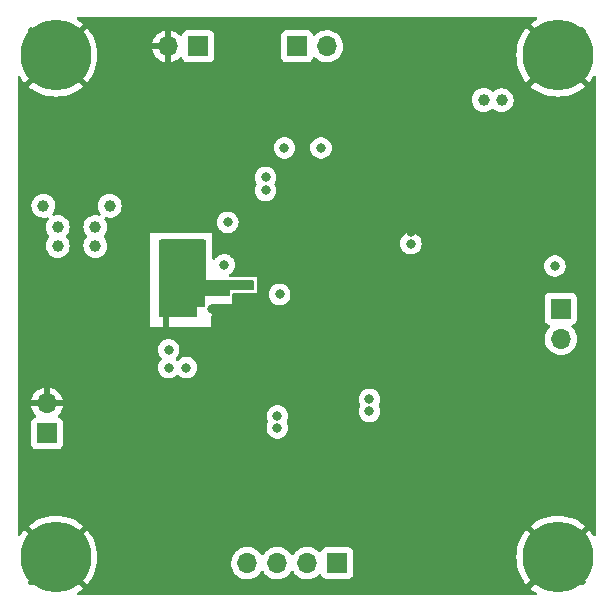
<source format=gbr>
%TF.GenerationSoftware,KiCad,Pcbnew,(6.0.0)*%
%TF.CreationDate,2023-02-04T05:02:53+03:00*%
%TF.ProjectId,STM32F4_breakout,53544d33-3246-4345-9f62-7265616b6f75,rev?*%
%TF.SameCoordinates,Original*%
%TF.FileFunction,Copper,L2,Inr*%
%TF.FilePolarity,Positive*%
%FSLAX46Y46*%
G04 Gerber Fmt 4.6, Leading zero omitted, Abs format (unit mm)*
G04 Created by KiCad (PCBNEW (6.0.0)) date 2023-02-04 05:02:53*
%MOMM*%
%LPD*%
G01*
G04 APERTURE LIST*
%TA.AperFunction,ComponentPad*%
%ADD10C,0.800000*%
%TD*%
%TA.AperFunction,ComponentPad*%
%ADD11C,6.000000*%
%TD*%
%TA.AperFunction,ComponentPad*%
%ADD12R,1.700000X1.700000*%
%TD*%
%TA.AperFunction,ComponentPad*%
%ADD13O,1.700000X1.700000*%
%TD*%
%TA.AperFunction,ViaPad*%
%ADD14C,0.800000*%
%TD*%
%TA.AperFunction,ViaPad*%
%ADD15C,1.000000*%
%TD*%
%TA.AperFunction,Conductor*%
%ADD16C,0.500000*%
%TD*%
G04 APERTURE END LIST*
D10*
%TO.N,GND*%
%TO.C,H3*%
X126000000Y-100250000D03*
X126659010Y-101840990D03*
X128250000Y-102500000D03*
X129840990Y-101840990D03*
D11*
X128250000Y-100250000D03*
D10*
X126659010Y-98659010D03*
X130500000Y-100250000D03*
X129840990Y-98659010D03*
X128250000Y-98000000D03*
%TD*%
D12*
%TO.N,VCC*%
%TO.C,J1*%
X127500000Y-89775000D03*
D13*
%TO.N,GND*%
X127500000Y-87235000D03*
%TD*%
%TO.N,GND*%
%TO.C,3.3V*%
X137760000Y-57000000D03*
D12*
%TO.N,+3V3*%
X140300000Y-57000000D03*
%TD*%
%TO.N,UART1_RX*%
%TO.C,UART*%
X171000000Y-79225000D03*
D13*
%TO.N,UART1_TX*%
X171000000Y-81765000D03*
%TD*%
D12*
%TO.N,I2C1_SDA*%
%TO.C,I2C*%
X148660000Y-57000000D03*
D13*
%TO.N,I2C1_SCL*%
X151200000Y-57000000D03*
%TD*%
D10*
%TO.N,GND*%
%TO.C,H1*%
X128250000Y-60000000D03*
X126000000Y-57750000D03*
X129840990Y-59340990D03*
X126659010Y-56159010D03*
X130500000Y-57750000D03*
X126659010Y-59340990D03*
X129840990Y-56159010D03*
X128250000Y-55500000D03*
D11*
X128250000Y-57750000D03*
%TD*%
D10*
%TO.N,GND*%
%TO.C,H2*%
X170750000Y-55500000D03*
X169159010Y-56159010D03*
X168500000Y-57750000D03*
X172340990Y-56159010D03*
X172340990Y-59340990D03*
X173000000Y-57750000D03*
X170750000Y-60000000D03*
D11*
X170750000Y-57750000D03*
D10*
X169159010Y-59340990D03*
%TD*%
D12*
%TO.N,SPI1_MOSI*%
%TO.C,SPI*%
X152080000Y-100750000D03*
D13*
%TO.N,SPI1_MISO*%
X149540000Y-100750000D03*
%TO.N,SPI1_SCK*%
X147000000Y-100750000D03*
%TO.N,SPI1_CS*%
X144460000Y-100750000D03*
%TD*%
D10*
%TO.N,GND*%
%TO.C,H4*%
X170750000Y-98000000D03*
X168500000Y-100250000D03*
D11*
X170750000Y-100250000D03*
D10*
X169159010Y-101840990D03*
X172340990Y-101840990D03*
X169159010Y-98659010D03*
X170750000Y-102500000D03*
X173000000Y-100250000D03*
X172340990Y-98659010D03*
%TD*%
D14*
%TO.N,GND*%
X158000000Y-86100000D03*
X144900000Y-87200000D03*
D15*
X127600000Y-81200000D03*
X137100000Y-67700000D03*
X125800000Y-83400000D03*
X127600000Y-83400000D03*
D14*
X156800000Y-85800000D03*
D15*
X134800000Y-73400000D03*
D14*
X142600000Y-79200000D03*
X148000000Y-69200000D03*
D15*
X142700000Y-69500000D03*
D14*
X151800000Y-88100000D03*
X141500000Y-79200000D03*
X160600000Y-75300000D03*
X153200000Y-89100000D03*
X137550000Y-79450000D03*
D15*
X125800000Y-79200000D03*
D14*
X140500000Y-73900000D03*
X143600000Y-73600000D03*
X158300000Y-72700000D03*
X144900000Y-86100000D03*
D15*
X125800000Y-81200000D03*
D14*
X156800000Y-84700000D03*
%TO.N,+3V3*%
X142800000Y-71900000D03*
X147000000Y-88300000D03*
X146000000Y-69200000D03*
D15*
X131600000Y-72300000D03*
D14*
X137800000Y-84200000D03*
X147000000Y-89300000D03*
X146000000Y-68100000D03*
D15*
X164480000Y-61550000D03*
D14*
X142500000Y-75500000D03*
X158300000Y-73700000D03*
D15*
X128400000Y-72300000D03*
X165990000Y-61570000D03*
X127200000Y-70500000D03*
X128400000Y-73900000D03*
D14*
X139300000Y-84200000D03*
D15*
X132800000Y-70500000D03*
D14*
X154800000Y-86900000D03*
X137800000Y-82700000D03*
X147600000Y-65600000D03*
X154800000Y-87900000D03*
X150700000Y-65600000D03*
D15*
X131600000Y-73900000D03*
D14*
%TO.N,NRST*%
X170500000Y-75600000D03*
X147200000Y-78000000D03*
%TD*%
D16*
%TO.N,GND*%
X137550000Y-79450000D02*
X137550000Y-80950000D01*
%TD*%
%TA.AperFunction,Conductor*%
%TO.N,GND*%
G36*
X168944032Y-54528002D02*
G01*
X168990525Y-54581658D01*
X169000629Y-54651932D01*
X168971135Y-54716512D01*
X168944536Y-54739672D01*
X168687984Y-54906279D01*
X168682662Y-54910146D01*
X168468366Y-55083678D01*
X168459900Y-55095933D01*
X168466234Y-55107024D01*
X173392110Y-60032900D01*
X173405186Y-60040040D01*
X173415554Y-60032582D01*
X173589854Y-59817338D01*
X173593721Y-59812016D01*
X173760328Y-59555464D01*
X173814204Y-59509227D01*
X173884525Y-59499458D01*
X173948965Y-59529258D01*
X173987064Y-59589167D01*
X173992000Y-59624089D01*
X173992000Y-98375911D01*
X173971998Y-98444032D01*
X173918342Y-98490525D01*
X173848068Y-98500629D01*
X173783488Y-98471135D01*
X173760328Y-98444536D01*
X173593721Y-98187984D01*
X173589854Y-98182662D01*
X173416322Y-97968366D01*
X173404067Y-97959900D01*
X173392976Y-97966234D01*
X168467100Y-102892110D01*
X168459960Y-102905186D01*
X168467418Y-102915554D01*
X168682662Y-103089854D01*
X168687984Y-103093721D01*
X168944536Y-103260328D01*
X168990773Y-103314204D01*
X169000542Y-103384525D01*
X168970742Y-103448965D01*
X168910833Y-103487064D01*
X168875911Y-103492000D01*
X130124089Y-103492000D01*
X130055968Y-103471998D01*
X130009475Y-103418342D01*
X129999371Y-103348068D01*
X130028865Y-103283488D01*
X130055464Y-103260328D01*
X130312016Y-103093721D01*
X130317338Y-103089854D01*
X130531634Y-102916322D01*
X130540100Y-102904067D01*
X130533766Y-102892976D01*
X127891922Y-100251132D01*
X128614408Y-100251132D01*
X128614539Y-100252965D01*
X128618790Y-100259580D01*
X130892110Y-102532900D01*
X130905186Y-102540040D01*
X130915554Y-102532582D01*
X131089854Y-102317338D01*
X131093721Y-102312016D01*
X131290387Y-102009177D01*
X131293683Y-102003468D01*
X131457620Y-101681725D01*
X131460296Y-101675714D01*
X131589700Y-101338605D01*
X131591740Y-101332328D01*
X131685198Y-100983537D01*
X131686567Y-100977099D01*
X131727810Y-100716695D01*
X143097251Y-100716695D01*
X143110110Y-100939715D01*
X143111247Y-100944761D01*
X143111248Y-100944767D01*
X143118535Y-100977099D01*
X143159222Y-101157639D01*
X143219556Y-101306226D01*
X143226561Y-101323475D01*
X143243266Y-101364616D01*
X143280685Y-101425678D01*
X143357291Y-101550688D01*
X143359987Y-101555088D01*
X143506250Y-101723938D01*
X143678126Y-101866632D01*
X143871000Y-101979338D01*
X144079692Y-102059030D01*
X144084760Y-102060061D01*
X144084763Y-102060062D01*
X144192017Y-102081883D01*
X144298597Y-102103567D01*
X144303772Y-102103757D01*
X144303774Y-102103757D01*
X144516673Y-102111564D01*
X144516677Y-102111564D01*
X144521837Y-102111753D01*
X144526957Y-102111097D01*
X144526959Y-102111097D01*
X144738288Y-102084025D01*
X144738289Y-102084025D01*
X144743416Y-102083368D01*
X144748366Y-102081883D01*
X144952429Y-102020661D01*
X144952434Y-102020659D01*
X144957384Y-102019174D01*
X145157994Y-101920896D01*
X145339860Y-101791173D01*
X145498096Y-101633489D01*
X145544695Y-101568640D01*
X145628453Y-101452077D01*
X145629776Y-101453028D01*
X145676645Y-101409857D01*
X145746580Y-101397625D01*
X145812026Y-101425144D01*
X145839875Y-101456994D01*
X145899987Y-101555088D01*
X146046250Y-101723938D01*
X146218126Y-101866632D01*
X146411000Y-101979338D01*
X146619692Y-102059030D01*
X146624760Y-102060061D01*
X146624763Y-102060062D01*
X146732017Y-102081883D01*
X146838597Y-102103567D01*
X146843772Y-102103757D01*
X146843774Y-102103757D01*
X147056673Y-102111564D01*
X147056677Y-102111564D01*
X147061837Y-102111753D01*
X147066957Y-102111097D01*
X147066959Y-102111097D01*
X147278288Y-102084025D01*
X147278289Y-102084025D01*
X147283416Y-102083368D01*
X147288366Y-102081883D01*
X147492429Y-102020661D01*
X147492434Y-102020659D01*
X147497384Y-102019174D01*
X147697994Y-101920896D01*
X147879860Y-101791173D01*
X148038096Y-101633489D01*
X148084695Y-101568640D01*
X148168453Y-101452077D01*
X148169776Y-101453028D01*
X148216645Y-101409857D01*
X148286580Y-101397625D01*
X148352026Y-101425144D01*
X148379875Y-101456994D01*
X148439987Y-101555088D01*
X148586250Y-101723938D01*
X148758126Y-101866632D01*
X148951000Y-101979338D01*
X149159692Y-102059030D01*
X149164760Y-102060061D01*
X149164763Y-102060062D01*
X149272017Y-102081883D01*
X149378597Y-102103567D01*
X149383772Y-102103757D01*
X149383774Y-102103757D01*
X149596673Y-102111564D01*
X149596677Y-102111564D01*
X149601837Y-102111753D01*
X149606957Y-102111097D01*
X149606959Y-102111097D01*
X149818288Y-102084025D01*
X149818289Y-102084025D01*
X149823416Y-102083368D01*
X149828366Y-102081883D01*
X150032429Y-102020661D01*
X150032434Y-102020659D01*
X150037384Y-102019174D01*
X150237994Y-101920896D01*
X150419860Y-101791173D01*
X150528091Y-101683319D01*
X150590462Y-101649404D01*
X150661268Y-101654592D01*
X150718030Y-101697238D01*
X150735012Y-101728341D01*
X150779385Y-101846705D01*
X150866739Y-101963261D01*
X150983295Y-102050615D01*
X151119684Y-102101745D01*
X151181866Y-102108500D01*
X152978134Y-102108500D01*
X153040316Y-102101745D01*
X153176705Y-102050615D01*
X153293261Y-101963261D01*
X153380615Y-101846705D01*
X153431745Y-101710316D01*
X153438500Y-101648134D01*
X153438500Y-100253301D01*
X167237359Y-100253301D01*
X167256257Y-100613896D01*
X167256945Y-100620440D01*
X167313433Y-100977099D01*
X167314802Y-100983537D01*
X167408260Y-101332328D01*
X167410300Y-101338605D01*
X167539704Y-101675714D01*
X167542380Y-101681725D01*
X167706317Y-102003468D01*
X167709613Y-102009177D01*
X167906279Y-102312016D01*
X167910146Y-102317338D01*
X168083678Y-102531634D01*
X168095933Y-102540100D01*
X168107024Y-102533766D01*
X170377978Y-100262812D01*
X170385592Y-100248868D01*
X170385461Y-100247035D01*
X170381210Y-100240420D01*
X168107890Y-97967100D01*
X168094814Y-97959960D01*
X168084446Y-97967418D01*
X167910146Y-98182662D01*
X167906279Y-98187984D01*
X167709613Y-98490823D01*
X167706317Y-98496532D01*
X167542380Y-98818275D01*
X167539704Y-98824286D01*
X167410300Y-99161395D01*
X167408260Y-99167672D01*
X167314802Y-99516463D01*
X167313433Y-99522901D01*
X167256945Y-99879560D01*
X167256257Y-99886104D01*
X167237359Y-100246699D01*
X167237359Y-100253301D01*
X153438500Y-100253301D01*
X153438500Y-99851866D01*
X153431745Y-99789684D01*
X153380615Y-99653295D01*
X153293261Y-99536739D01*
X153176705Y-99449385D01*
X153040316Y-99398255D01*
X152978134Y-99391500D01*
X151181866Y-99391500D01*
X151119684Y-99398255D01*
X150983295Y-99449385D01*
X150866739Y-99536739D01*
X150779385Y-99653295D01*
X150776233Y-99661703D01*
X150734919Y-99771907D01*
X150692277Y-99828671D01*
X150625716Y-99853371D01*
X150556367Y-99838163D01*
X150523743Y-99812476D01*
X150473151Y-99756875D01*
X150473142Y-99756866D01*
X150469670Y-99753051D01*
X150465619Y-99749852D01*
X150465615Y-99749848D01*
X150298414Y-99617800D01*
X150298410Y-99617798D01*
X150294359Y-99614598D01*
X150098789Y-99506638D01*
X150093920Y-99504914D01*
X150093916Y-99504912D01*
X149893087Y-99433795D01*
X149893083Y-99433794D01*
X149888212Y-99432069D01*
X149883119Y-99431162D01*
X149883116Y-99431161D01*
X149673373Y-99393800D01*
X149673367Y-99393799D01*
X149668284Y-99392894D01*
X149594452Y-99391992D01*
X149450081Y-99390228D01*
X149450079Y-99390228D01*
X149444911Y-99390165D01*
X149224091Y-99423955D01*
X149011756Y-99493357D01*
X148813607Y-99596507D01*
X148809474Y-99599610D01*
X148809471Y-99599612D01*
X148639100Y-99727530D01*
X148634965Y-99730635D01*
X148595525Y-99771907D01*
X148486885Y-99885592D01*
X148480629Y-99892138D01*
X148373201Y-100049621D01*
X148318293Y-100094621D01*
X148247768Y-100102792D01*
X148184021Y-100071538D01*
X148163324Y-100047054D01*
X148082822Y-99922617D01*
X148082820Y-99922614D01*
X148080014Y-99918277D01*
X147929670Y-99753051D01*
X147925619Y-99749852D01*
X147925615Y-99749848D01*
X147758414Y-99617800D01*
X147758410Y-99617798D01*
X147754359Y-99614598D01*
X147558789Y-99506638D01*
X147553920Y-99504914D01*
X147553916Y-99504912D01*
X147353087Y-99433795D01*
X147353083Y-99433794D01*
X147348212Y-99432069D01*
X147343119Y-99431162D01*
X147343116Y-99431161D01*
X147133373Y-99393800D01*
X147133367Y-99393799D01*
X147128284Y-99392894D01*
X147054452Y-99391992D01*
X146910081Y-99390228D01*
X146910079Y-99390228D01*
X146904911Y-99390165D01*
X146684091Y-99423955D01*
X146471756Y-99493357D01*
X146273607Y-99596507D01*
X146269474Y-99599610D01*
X146269471Y-99599612D01*
X146099100Y-99727530D01*
X146094965Y-99730635D01*
X146055525Y-99771907D01*
X145946885Y-99885592D01*
X145940629Y-99892138D01*
X145833201Y-100049621D01*
X145778293Y-100094621D01*
X145707768Y-100102792D01*
X145644021Y-100071538D01*
X145623324Y-100047054D01*
X145542822Y-99922617D01*
X145542820Y-99922614D01*
X145540014Y-99918277D01*
X145389670Y-99753051D01*
X145385619Y-99749852D01*
X145385615Y-99749848D01*
X145218414Y-99617800D01*
X145218410Y-99617798D01*
X145214359Y-99614598D01*
X145018789Y-99506638D01*
X145013920Y-99504914D01*
X145013916Y-99504912D01*
X144813087Y-99433795D01*
X144813083Y-99433794D01*
X144808212Y-99432069D01*
X144803119Y-99431162D01*
X144803116Y-99431161D01*
X144593373Y-99393800D01*
X144593367Y-99393799D01*
X144588284Y-99392894D01*
X144514452Y-99391992D01*
X144370081Y-99390228D01*
X144370079Y-99390228D01*
X144364911Y-99390165D01*
X144144091Y-99423955D01*
X143931756Y-99493357D01*
X143733607Y-99596507D01*
X143729474Y-99599610D01*
X143729471Y-99599612D01*
X143559100Y-99727530D01*
X143554965Y-99730635D01*
X143515525Y-99771907D01*
X143406885Y-99885592D01*
X143400629Y-99892138D01*
X143274743Y-100076680D01*
X143227715Y-100177993D01*
X143188344Y-100262812D01*
X143180688Y-100279305D01*
X143120989Y-100494570D01*
X143097251Y-100716695D01*
X131727810Y-100716695D01*
X131743055Y-100620440D01*
X131743743Y-100613896D01*
X131762641Y-100253301D01*
X131762641Y-100246699D01*
X131743743Y-99886104D01*
X131743055Y-99879560D01*
X131686567Y-99522901D01*
X131685198Y-99516463D01*
X131591740Y-99167672D01*
X131589700Y-99161395D01*
X131460296Y-98824286D01*
X131457620Y-98818275D01*
X131293683Y-98496532D01*
X131290387Y-98490823D01*
X131093721Y-98187984D01*
X131089854Y-98182662D01*
X130916322Y-97968366D01*
X130904067Y-97959900D01*
X130892976Y-97966234D01*
X128622022Y-100237188D01*
X128614408Y-100251132D01*
X127891922Y-100251132D01*
X125607890Y-97967100D01*
X125594814Y-97959960D01*
X125584446Y-97967418D01*
X125410146Y-98182662D01*
X125406279Y-98187984D01*
X125239672Y-98444536D01*
X125185796Y-98490773D01*
X125115475Y-98500542D01*
X125051035Y-98470742D01*
X125012936Y-98410833D01*
X125008000Y-98375911D01*
X125008000Y-97595933D01*
X125959900Y-97595933D01*
X125966234Y-97607024D01*
X128237188Y-99877978D01*
X128251132Y-99885592D01*
X128252965Y-99885461D01*
X128259580Y-99881210D01*
X130532900Y-97607890D01*
X130539429Y-97595933D01*
X168459900Y-97595933D01*
X168466234Y-97607024D01*
X170737188Y-99877978D01*
X170751132Y-99885592D01*
X170752965Y-99885461D01*
X170759580Y-99881210D01*
X173032900Y-97607890D01*
X173040040Y-97594814D01*
X173032582Y-97584446D01*
X172817338Y-97410146D01*
X172812016Y-97406279D01*
X172509177Y-97209613D01*
X172503468Y-97206317D01*
X172181725Y-97042380D01*
X172175714Y-97039704D01*
X171838605Y-96910300D01*
X171832328Y-96908260D01*
X171483537Y-96814802D01*
X171477099Y-96813433D01*
X171120440Y-96756945D01*
X171113896Y-96756257D01*
X170753301Y-96737359D01*
X170746699Y-96737359D01*
X170386104Y-96756257D01*
X170379560Y-96756945D01*
X170022901Y-96813433D01*
X170016463Y-96814802D01*
X169667672Y-96908260D01*
X169661395Y-96910300D01*
X169324286Y-97039704D01*
X169318275Y-97042380D01*
X168996532Y-97206317D01*
X168990823Y-97209613D01*
X168687984Y-97406279D01*
X168682662Y-97410146D01*
X168468366Y-97583678D01*
X168459900Y-97595933D01*
X130539429Y-97595933D01*
X130540040Y-97594814D01*
X130532582Y-97584446D01*
X130317338Y-97410146D01*
X130312016Y-97406279D01*
X130009177Y-97209613D01*
X130003468Y-97206317D01*
X129681725Y-97042380D01*
X129675714Y-97039704D01*
X129338605Y-96910300D01*
X129332328Y-96908260D01*
X128983537Y-96814802D01*
X128977099Y-96813433D01*
X128620440Y-96756945D01*
X128613896Y-96756257D01*
X128253301Y-96737359D01*
X128246699Y-96737359D01*
X127886104Y-96756257D01*
X127879560Y-96756945D01*
X127522901Y-96813433D01*
X127516463Y-96814802D01*
X127167672Y-96908260D01*
X127161395Y-96910300D01*
X126824286Y-97039704D01*
X126818275Y-97042380D01*
X126496532Y-97206317D01*
X126490823Y-97209613D01*
X126187984Y-97406279D01*
X126182662Y-97410146D01*
X125968366Y-97583678D01*
X125959900Y-97595933D01*
X125008000Y-97595933D01*
X125008000Y-90673134D01*
X126141500Y-90673134D01*
X126148255Y-90735316D01*
X126199385Y-90871705D01*
X126286739Y-90988261D01*
X126403295Y-91075615D01*
X126539684Y-91126745D01*
X126601866Y-91133500D01*
X128398134Y-91133500D01*
X128460316Y-91126745D01*
X128596705Y-91075615D01*
X128713261Y-90988261D01*
X128800615Y-90871705D01*
X128851745Y-90735316D01*
X128858500Y-90673134D01*
X128858500Y-89300000D01*
X146086496Y-89300000D01*
X146106458Y-89489928D01*
X146165473Y-89671556D01*
X146260960Y-89836944D01*
X146388747Y-89978866D01*
X146543248Y-90091118D01*
X146549276Y-90093802D01*
X146549278Y-90093803D01*
X146711681Y-90166109D01*
X146717712Y-90168794D01*
X146811112Y-90188647D01*
X146898056Y-90207128D01*
X146898061Y-90207128D01*
X146904513Y-90208500D01*
X147095487Y-90208500D01*
X147101939Y-90207128D01*
X147101944Y-90207128D01*
X147188888Y-90188647D01*
X147282288Y-90168794D01*
X147288319Y-90166109D01*
X147450722Y-90093803D01*
X147450724Y-90093802D01*
X147456752Y-90091118D01*
X147611253Y-89978866D01*
X147739040Y-89836944D01*
X147834527Y-89671556D01*
X147893542Y-89489928D01*
X147913504Y-89300000D01*
X147893542Y-89110072D01*
X147834527Y-88928444D01*
X147804749Y-88876866D01*
X147796743Y-88863000D01*
X147780005Y-88794005D01*
X147796743Y-88737000D01*
X147831223Y-88677279D01*
X147831224Y-88677278D01*
X147834527Y-88671556D01*
X147893542Y-88489928D01*
X147913504Y-88300000D01*
X147893542Y-88110072D01*
X147834527Y-87928444D01*
X147818105Y-87900000D01*
X153886496Y-87900000D01*
X153887186Y-87906565D01*
X153889879Y-87932183D01*
X153906458Y-88089928D01*
X153965473Y-88271556D01*
X154060960Y-88436944D01*
X154065378Y-88441851D01*
X154065379Y-88441852D01*
X154108667Y-88489928D01*
X154188747Y-88578866D01*
X154343248Y-88691118D01*
X154349276Y-88693802D01*
X154349278Y-88693803D01*
X154446301Y-88737000D01*
X154517712Y-88768794D01*
X154611112Y-88788647D01*
X154698056Y-88807128D01*
X154698061Y-88807128D01*
X154704513Y-88808500D01*
X154895487Y-88808500D01*
X154901939Y-88807128D01*
X154901944Y-88807128D01*
X154988887Y-88788647D01*
X155082288Y-88768794D01*
X155153699Y-88737000D01*
X155250722Y-88693803D01*
X155250724Y-88693802D01*
X155256752Y-88691118D01*
X155411253Y-88578866D01*
X155491333Y-88489928D01*
X155534621Y-88441852D01*
X155534622Y-88441851D01*
X155539040Y-88436944D01*
X155634527Y-88271556D01*
X155693542Y-88089928D01*
X155710122Y-87932183D01*
X155712814Y-87906565D01*
X155713504Y-87900000D01*
X155693542Y-87710072D01*
X155634527Y-87528444D01*
X155622125Y-87506962D01*
X155596743Y-87463000D01*
X155580005Y-87394005D01*
X155596743Y-87337000D01*
X155631223Y-87277279D01*
X155631224Y-87277278D01*
X155634527Y-87271556D01*
X155693542Y-87089928D01*
X155713504Y-86900000D01*
X155693542Y-86710072D01*
X155634527Y-86528444D01*
X155539040Y-86363056D01*
X155411253Y-86221134D01*
X155256752Y-86108882D01*
X155250724Y-86106198D01*
X155250722Y-86106197D01*
X155088319Y-86033891D01*
X155088318Y-86033891D01*
X155082288Y-86031206D01*
X154988887Y-86011353D01*
X154901944Y-85992872D01*
X154901939Y-85992872D01*
X154895487Y-85991500D01*
X154704513Y-85991500D01*
X154698061Y-85992872D01*
X154698056Y-85992872D01*
X154611113Y-86011353D01*
X154517712Y-86031206D01*
X154511682Y-86033891D01*
X154511681Y-86033891D01*
X154349278Y-86106197D01*
X154349276Y-86106198D01*
X154343248Y-86108882D01*
X154188747Y-86221134D01*
X154060960Y-86363056D01*
X153965473Y-86528444D01*
X153906458Y-86710072D01*
X153886496Y-86900000D01*
X153906458Y-87089928D01*
X153965473Y-87271556D01*
X153968776Y-87277278D01*
X153968777Y-87277279D01*
X154003257Y-87337000D01*
X154019995Y-87405995D01*
X154003257Y-87463000D01*
X153977876Y-87506962D01*
X153965473Y-87528444D01*
X153906458Y-87710072D01*
X153886496Y-87900000D01*
X147818105Y-87900000D01*
X147739040Y-87763056D01*
X147697243Y-87716635D01*
X147615675Y-87626045D01*
X147615674Y-87626044D01*
X147611253Y-87621134D01*
X147475800Y-87522721D01*
X147462094Y-87512763D01*
X147462093Y-87512762D01*
X147456752Y-87508882D01*
X147450724Y-87506198D01*
X147450722Y-87506197D01*
X147288319Y-87433891D01*
X147288318Y-87433891D01*
X147282288Y-87431206D01*
X147188887Y-87411353D01*
X147101944Y-87392872D01*
X147101939Y-87392872D01*
X147095487Y-87391500D01*
X146904513Y-87391500D01*
X146898061Y-87392872D01*
X146898056Y-87392872D01*
X146811112Y-87411353D01*
X146717712Y-87431206D01*
X146711682Y-87433891D01*
X146711681Y-87433891D01*
X146549278Y-87506197D01*
X146549276Y-87506198D01*
X146543248Y-87508882D01*
X146537907Y-87512762D01*
X146537906Y-87512763D01*
X146524200Y-87522721D01*
X146388747Y-87621134D01*
X146384326Y-87626044D01*
X146384325Y-87626045D01*
X146302758Y-87716635D01*
X146260960Y-87763056D01*
X146165473Y-87928444D01*
X146106458Y-88110072D01*
X146086496Y-88300000D01*
X146106458Y-88489928D01*
X146165473Y-88671556D01*
X146168776Y-88677278D01*
X146168777Y-88677279D01*
X146203257Y-88737000D01*
X146219995Y-88805995D01*
X146203257Y-88863000D01*
X146195252Y-88876866D01*
X146165473Y-88928444D01*
X146106458Y-89110072D01*
X146086496Y-89300000D01*
X128858500Y-89300000D01*
X128858500Y-88876866D01*
X128851745Y-88814684D01*
X128800615Y-88678295D01*
X128713261Y-88561739D01*
X128596705Y-88474385D01*
X128569321Y-88464119D01*
X128477687Y-88429767D01*
X128420923Y-88387125D01*
X128396223Y-88320564D01*
X128411430Y-88251215D01*
X128432977Y-88222535D01*
X128534052Y-88121812D01*
X128540730Y-88113965D01*
X128665003Y-87941020D01*
X128670313Y-87932183D01*
X128764670Y-87741267D01*
X128768469Y-87731672D01*
X128830377Y-87527910D01*
X128832555Y-87517837D01*
X128833986Y-87506962D01*
X128831775Y-87492778D01*
X128818617Y-87489000D01*
X126183225Y-87489000D01*
X126169694Y-87492973D01*
X126168257Y-87502966D01*
X126198565Y-87637446D01*
X126201645Y-87647275D01*
X126281770Y-87844603D01*
X126286413Y-87853794D01*
X126397694Y-88035388D01*
X126403777Y-88043699D01*
X126543213Y-88204667D01*
X126550577Y-88211879D01*
X126555522Y-88215985D01*
X126595156Y-88274889D01*
X126596653Y-88345870D01*
X126559537Y-88406392D01*
X126519264Y-88430910D01*
X126411705Y-88471232D01*
X126411704Y-88471233D01*
X126403295Y-88474385D01*
X126286739Y-88561739D01*
X126199385Y-88678295D01*
X126148255Y-88814684D01*
X126141500Y-88876866D01*
X126141500Y-90673134D01*
X125008000Y-90673134D01*
X125008000Y-86969183D01*
X126164389Y-86969183D01*
X126165912Y-86977607D01*
X126178292Y-86981000D01*
X127227885Y-86981000D01*
X127243124Y-86976525D01*
X127244329Y-86975135D01*
X127246000Y-86967452D01*
X127246000Y-86962885D01*
X127754000Y-86962885D01*
X127758475Y-86978124D01*
X127759865Y-86979329D01*
X127767548Y-86981000D01*
X128818344Y-86981000D01*
X128831875Y-86977027D01*
X128833180Y-86967947D01*
X128791214Y-86800875D01*
X128787894Y-86791124D01*
X128702972Y-86595814D01*
X128698105Y-86586739D01*
X128582426Y-86407926D01*
X128576136Y-86399757D01*
X128432806Y-86242240D01*
X128425273Y-86235215D01*
X128258139Y-86103222D01*
X128249552Y-86097517D01*
X128063117Y-85994599D01*
X128053705Y-85990369D01*
X127852959Y-85919280D01*
X127842988Y-85916646D01*
X127771837Y-85903972D01*
X127758540Y-85905432D01*
X127754000Y-85919989D01*
X127754000Y-86962885D01*
X127246000Y-86962885D01*
X127246000Y-85918102D01*
X127242082Y-85904758D01*
X127227806Y-85902771D01*
X127189324Y-85908660D01*
X127179288Y-85911051D01*
X126976868Y-85977212D01*
X126967359Y-85981209D01*
X126778463Y-86079542D01*
X126769738Y-86085036D01*
X126599433Y-86212905D01*
X126591726Y-86219748D01*
X126444590Y-86373717D01*
X126438104Y-86381727D01*
X126318098Y-86557649D01*
X126313000Y-86566623D01*
X126223338Y-86759783D01*
X126219775Y-86769470D01*
X126164389Y-86969183D01*
X125008000Y-86969183D01*
X125008000Y-84200000D01*
X136886496Y-84200000D01*
X136906458Y-84389928D01*
X136965473Y-84571556D01*
X137060960Y-84736944D01*
X137188747Y-84878866D01*
X137343248Y-84991118D01*
X137349276Y-84993802D01*
X137349278Y-84993803D01*
X137511681Y-85066109D01*
X137517712Y-85068794D01*
X137611113Y-85088647D01*
X137698056Y-85107128D01*
X137698061Y-85107128D01*
X137704513Y-85108500D01*
X137895487Y-85108500D01*
X137901939Y-85107128D01*
X137901944Y-85107128D01*
X137988887Y-85088647D01*
X138082288Y-85068794D01*
X138088319Y-85066109D01*
X138250722Y-84993803D01*
X138250724Y-84993802D01*
X138256752Y-84991118D01*
X138411253Y-84878866D01*
X138456364Y-84828765D01*
X138516810Y-84791525D01*
X138587793Y-84792877D01*
X138643636Y-84828765D01*
X138688747Y-84878866D01*
X138843248Y-84991118D01*
X138849276Y-84993802D01*
X138849278Y-84993803D01*
X139011681Y-85066109D01*
X139017712Y-85068794D01*
X139111113Y-85088647D01*
X139198056Y-85107128D01*
X139198061Y-85107128D01*
X139204513Y-85108500D01*
X139395487Y-85108500D01*
X139401939Y-85107128D01*
X139401944Y-85107128D01*
X139488887Y-85088647D01*
X139582288Y-85068794D01*
X139588319Y-85066109D01*
X139750722Y-84993803D01*
X139750724Y-84993802D01*
X139756752Y-84991118D01*
X139911253Y-84878866D01*
X140039040Y-84736944D01*
X140134527Y-84571556D01*
X140193542Y-84389928D01*
X140213504Y-84200000D01*
X140193542Y-84010072D01*
X140134527Y-83828444D01*
X140039040Y-83663056D01*
X139911253Y-83521134D01*
X139756752Y-83408882D01*
X139750724Y-83406198D01*
X139750722Y-83406197D01*
X139588319Y-83333891D01*
X139588318Y-83333891D01*
X139582288Y-83331206D01*
X139488887Y-83311353D01*
X139401944Y-83292872D01*
X139401939Y-83292872D01*
X139395487Y-83291500D01*
X139204513Y-83291500D01*
X139198061Y-83292872D01*
X139198056Y-83292872D01*
X139111113Y-83311353D01*
X139017712Y-83331206D01*
X139011682Y-83333891D01*
X139011681Y-83333891D01*
X138849278Y-83406197D01*
X138849276Y-83406198D01*
X138843248Y-83408882D01*
X138688747Y-83521134D01*
X138684326Y-83526044D01*
X138684325Y-83526045D01*
X138643636Y-83571235D01*
X138583190Y-83608475D01*
X138512207Y-83607123D01*
X138456366Y-83571237D01*
X138423115Y-83534308D01*
X138392399Y-83470302D01*
X138401164Y-83399849D01*
X138423117Y-83365690D01*
X138534621Y-83241852D01*
X138534622Y-83241851D01*
X138539040Y-83236944D01*
X138619047Y-83098368D01*
X138631223Y-83077279D01*
X138631224Y-83077278D01*
X138634527Y-83071556D01*
X138693542Y-82889928D01*
X138694762Y-82878327D01*
X138712814Y-82706565D01*
X138713504Y-82700000D01*
X138712814Y-82693435D01*
X138694232Y-82516635D01*
X138694232Y-82516633D01*
X138693542Y-82510072D01*
X138634527Y-82328444D01*
X138539040Y-82163056D01*
X138440008Y-82053069D01*
X138415675Y-82026045D01*
X138415674Y-82026044D01*
X138411253Y-82021134D01*
X138256752Y-81908882D01*
X138250724Y-81906198D01*
X138250722Y-81906197D01*
X138088319Y-81833891D01*
X138088318Y-81833891D01*
X138082288Y-81831206D01*
X137988888Y-81811353D01*
X137901944Y-81792872D01*
X137901939Y-81792872D01*
X137895487Y-81791500D01*
X137704513Y-81791500D01*
X137698061Y-81792872D01*
X137698056Y-81792872D01*
X137611112Y-81811353D01*
X137517712Y-81831206D01*
X137511682Y-81833891D01*
X137511681Y-81833891D01*
X137349278Y-81906197D01*
X137349276Y-81906198D01*
X137343248Y-81908882D01*
X137188747Y-82021134D01*
X137184326Y-82026044D01*
X137184325Y-82026045D01*
X137159993Y-82053069D01*
X137060960Y-82163056D01*
X136965473Y-82328444D01*
X136906458Y-82510072D01*
X136905768Y-82516633D01*
X136905768Y-82516635D01*
X136887186Y-82693435D01*
X136886496Y-82700000D01*
X136887186Y-82706565D01*
X136905239Y-82878327D01*
X136906458Y-82889928D01*
X136965473Y-83071556D01*
X136968776Y-83077278D01*
X136968777Y-83077279D01*
X136980953Y-83098368D01*
X137060960Y-83236944D01*
X137065378Y-83241851D01*
X137065379Y-83241852D01*
X137176883Y-83365690D01*
X137207601Y-83429697D01*
X137198836Y-83500151D01*
X137176883Y-83534310D01*
X137060960Y-83663056D01*
X136965473Y-83828444D01*
X136906458Y-84010072D01*
X136886496Y-84200000D01*
X125008000Y-84200000D01*
X125008000Y-81731695D01*
X169637251Y-81731695D01*
X169637548Y-81736848D01*
X169637548Y-81736851D01*
X169647467Y-81908882D01*
X169650110Y-81954715D01*
X169651247Y-81959761D01*
X169651248Y-81959767D01*
X169664203Y-82017251D01*
X169699222Y-82172639D01*
X169783266Y-82379616D01*
X169899987Y-82570088D01*
X170046250Y-82738938D01*
X170218126Y-82881632D01*
X170411000Y-82994338D01*
X170619692Y-83074030D01*
X170624760Y-83075061D01*
X170624763Y-83075062D01*
X170732017Y-83096883D01*
X170838597Y-83118567D01*
X170843772Y-83118757D01*
X170843774Y-83118757D01*
X171056673Y-83126564D01*
X171056677Y-83126564D01*
X171061837Y-83126753D01*
X171066957Y-83126097D01*
X171066959Y-83126097D01*
X171278288Y-83099025D01*
X171278289Y-83099025D01*
X171283416Y-83098368D01*
X171353709Y-83077279D01*
X171492429Y-83035661D01*
X171492434Y-83035659D01*
X171497384Y-83034174D01*
X171697994Y-82935896D01*
X171879860Y-82806173D01*
X172038096Y-82648489D01*
X172097594Y-82565689D01*
X172165435Y-82471277D01*
X172168453Y-82467077D01*
X172267430Y-82266811D01*
X172332370Y-82053069D01*
X172361529Y-81831590D01*
X172363156Y-81765000D01*
X172344852Y-81542361D01*
X172290431Y-81325702D01*
X172201354Y-81120840D01*
X172080014Y-80933277D01*
X172076532Y-80929450D01*
X171932798Y-80771488D01*
X171901746Y-80707642D01*
X171910141Y-80637143D01*
X171955317Y-80582375D01*
X171981761Y-80568706D01*
X172088297Y-80528767D01*
X172096705Y-80525615D01*
X172213261Y-80438261D01*
X172300615Y-80321705D01*
X172351745Y-80185316D01*
X172358500Y-80123134D01*
X172358500Y-78326866D01*
X172351745Y-78264684D01*
X172300615Y-78128295D01*
X172213261Y-78011739D01*
X172096705Y-77924385D01*
X171960316Y-77873255D01*
X171898134Y-77866500D01*
X170101866Y-77866500D01*
X170039684Y-77873255D01*
X169903295Y-77924385D01*
X169786739Y-78011739D01*
X169699385Y-78128295D01*
X169648255Y-78264684D01*
X169641500Y-78326866D01*
X169641500Y-80123134D01*
X169648255Y-80185316D01*
X169699385Y-80321705D01*
X169786739Y-80438261D01*
X169903295Y-80525615D01*
X169911704Y-80528767D01*
X169911705Y-80528768D01*
X170020451Y-80569535D01*
X170077216Y-80612176D01*
X170101916Y-80678738D01*
X170086709Y-80748087D01*
X170067316Y-80774568D01*
X169940629Y-80907138D01*
X169814743Y-81091680D01*
X169720688Y-81294305D01*
X169660989Y-81509570D01*
X169637251Y-81731695D01*
X125008000Y-81731695D01*
X125008000Y-80733200D01*
X136250000Y-80733200D01*
X136263509Y-80733215D01*
X136263511Y-80733215D01*
X138833745Y-80736005D01*
X141415169Y-80738808D01*
X141441418Y-78927814D01*
X141462405Y-78859992D01*
X141516729Y-78814282D01*
X141565834Y-78803652D01*
X142207953Y-78795647D01*
X143181177Y-78783514D01*
X143199294Y-78783288D01*
X143199901Y-78009160D01*
X143202599Y-78000000D01*
X146286496Y-78000000D01*
X146306458Y-78189928D01*
X146365473Y-78371556D01*
X146460960Y-78536944D01*
X146588747Y-78678866D01*
X146743248Y-78791118D01*
X146749276Y-78793802D01*
X146749278Y-78793803D01*
X146795275Y-78814282D01*
X146917712Y-78868794D01*
X147011112Y-78888647D01*
X147098056Y-78907128D01*
X147098061Y-78907128D01*
X147104513Y-78908500D01*
X147295487Y-78908500D01*
X147301939Y-78907128D01*
X147301944Y-78907128D01*
X147388888Y-78888647D01*
X147482288Y-78868794D01*
X147604725Y-78814282D01*
X147650722Y-78793803D01*
X147650724Y-78793802D01*
X147656752Y-78791118D01*
X147811253Y-78678866D01*
X147939040Y-78536944D01*
X148034527Y-78371556D01*
X148093542Y-78189928D01*
X148113504Y-78000000D01*
X148101206Y-77882988D01*
X148094232Y-77816635D01*
X148094232Y-77816633D01*
X148093542Y-77810072D01*
X148034527Y-77628444D01*
X147939040Y-77463056D01*
X147811253Y-77321134D01*
X147656752Y-77208882D01*
X147650724Y-77206198D01*
X147650722Y-77206197D01*
X147488319Y-77133891D01*
X147488318Y-77133891D01*
X147482288Y-77131206D01*
X147388888Y-77111353D01*
X147301944Y-77092872D01*
X147301939Y-77092872D01*
X147295487Y-77091500D01*
X147104513Y-77091500D01*
X147098061Y-77092872D01*
X147098056Y-77092872D01*
X147011112Y-77111353D01*
X146917712Y-77131206D01*
X146911682Y-77133891D01*
X146911681Y-77133891D01*
X146749278Y-77206197D01*
X146749276Y-77206198D01*
X146743248Y-77208882D01*
X146588747Y-77321134D01*
X146460960Y-77463056D01*
X146365473Y-77628444D01*
X146306458Y-77810072D01*
X146305768Y-77816633D01*
X146305768Y-77816635D01*
X146298794Y-77882988D01*
X146286496Y-78000000D01*
X143202599Y-78000000D01*
X143219957Y-77941056D01*
X143273649Y-77894605D01*
X143325881Y-77883260D01*
X144265071Y-77883129D01*
X145281884Y-77882988D01*
X145281886Y-77882988D01*
X145300000Y-77882985D01*
X145299966Y-77866869D01*
X145297143Y-76551101D01*
X145297104Y-76532985D01*
X143006009Y-76533115D01*
X142937888Y-76513117D01*
X142891392Y-76459464D01*
X142881284Y-76389190D01*
X142910774Y-76324608D01*
X142945859Y-76298597D01*
X142944999Y-76297107D01*
X142950722Y-76293803D01*
X142956752Y-76291118D01*
X142973616Y-76278866D01*
X143012157Y-76250864D01*
X143111253Y-76178866D01*
X143239040Y-76036944D01*
X143334527Y-75871556D01*
X143393542Y-75689928D01*
X143402994Y-75600000D01*
X169586496Y-75600000D01*
X169587186Y-75606565D01*
X169596608Y-75696206D01*
X169606458Y-75789928D01*
X169665473Y-75971556D01*
X169760960Y-76136944D01*
X169888747Y-76278866D01*
X170043248Y-76391118D01*
X170049276Y-76393802D01*
X170049278Y-76393803D01*
X170211681Y-76466109D01*
X170217712Y-76468794D01*
X170311112Y-76488647D01*
X170398056Y-76507128D01*
X170398061Y-76507128D01*
X170404513Y-76508500D01*
X170595487Y-76508500D01*
X170601939Y-76507128D01*
X170601944Y-76507128D01*
X170688888Y-76488647D01*
X170782288Y-76468794D01*
X170788319Y-76466109D01*
X170950722Y-76393803D01*
X170950724Y-76393802D01*
X170956752Y-76391118D01*
X171111253Y-76278866D01*
X171239040Y-76136944D01*
X171334527Y-75971556D01*
X171393542Y-75789928D01*
X171403393Y-75696206D01*
X171412814Y-75606565D01*
X171413504Y-75600000D01*
X171393542Y-75410072D01*
X171334527Y-75228444D01*
X171239040Y-75063056D01*
X171233414Y-75056807D01*
X171115675Y-74926045D01*
X171115674Y-74926044D01*
X171111253Y-74921134D01*
X170986545Y-74830528D01*
X170962094Y-74812763D01*
X170962093Y-74812762D01*
X170956752Y-74808882D01*
X170950724Y-74806198D01*
X170950722Y-74806197D01*
X170788319Y-74733891D01*
X170788318Y-74733891D01*
X170782288Y-74731206D01*
X170688887Y-74711353D01*
X170601944Y-74692872D01*
X170601939Y-74692872D01*
X170595487Y-74691500D01*
X170404513Y-74691500D01*
X170398061Y-74692872D01*
X170398056Y-74692872D01*
X170311113Y-74711353D01*
X170217712Y-74731206D01*
X170211682Y-74733891D01*
X170211681Y-74733891D01*
X170049278Y-74806197D01*
X170049276Y-74806198D01*
X170043248Y-74808882D01*
X170037907Y-74812762D01*
X170037906Y-74812763D01*
X170013455Y-74830528D01*
X169888747Y-74921134D01*
X169884326Y-74926044D01*
X169884325Y-74926045D01*
X169766587Y-75056807D01*
X169760960Y-75063056D01*
X169665473Y-75228444D01*
X169606458Y-75410072D01*
X169586496Y-75600000D01*
X143402994Y-75600000D01*
X143413504Y-75500000D01*
X143404052Y-75410072D01*
X143394232Y-75316635D01*
X143394232Y-75316633D01*
X143393542Y-75310072D01*
X143334527Y-75128444D01*
X143239040Y-74963056D01*
X143173683Y-74890469D01*
X143115675Y-74826045D01*
X143115674Y-74826044D01*
X143111253Y-74821134D01*
X142985590Y-74729834D01*
X142962094Y-74712763D01*
X142962093Y-74712762D01*
X142956752Y-74708882D01*
X142950724Y-74706198D01*
X142950722Y-74706197D01*
X142788319Y-74633891D01*
X142788318Y-74633891D01*
X142782288Y-74631206D01*
X142688887Y-74611353D01*
X142601944Y-74592872D01*
X142601939Y-74592872D01*
X142595487Y-74591500D01*
X142404513Y-74591500D01*
X142398061Y-74592872D01*
X142398056Y-74592872D01*
X142311113Y-74611353D01*
X142217712Y-74631206D01*
X142211682Y-74633891D01*
X142211681Y-74633891D01*
X142049278Y-74706197D01*
X142049276Y-74706198D01*
X142043248Y-74708882D01*
X142037907Y-74712762D01*
X142037906Y-74712763D01*
X142014410Y-74729834D01*
X141888747Y-74821134D01*
X141884326Y-74826044D01*
X141884325Y-74826045D01*
X141826318Y-74890469D01*
X141760960Y-74963056D01*
X141757659Y-74968774D01*
X141735119Y-75007814D01*
X141683737Y-75056807D01*
X141614023Y-75070243D01*
X141548112Y-75043857D01*
X141506930Y-74986025D01*
X141500000Y-74944814D01*
X141500000Y-73700000D01*
X157386496Y-73700000D01*
X157406458Y-73889928D01*
X157465473Y-74071556D01*
X157560960Y-74236944D01*
X157688747Y-74378866D01*
X157777676Y-74443477D01*
X157833651Y-74484145D01*
X157843248Y-74491118D01*
X157849276Y-74493802D01*
X157849278Y-74493803D01*
X158011681Y-74566109D01*
X158017712Y-74568794D01*
X158111112Y-74588647D01*
X158198056Y-74607128D01*
X158198061Y-74607128D01*
X158204513Y-74608500D01*
X158395487Y-74608500D01*
X158401939Y-74607128D01*
X158401944Y-74607128D01*
X158488888Y-74588647D01*
X158582288Y-74568794D01*
X158588319Y-74566109D01*
X158750722Y-74493803D01*
X158750724Y-74493802D01*
X158756752Y-74491118D01*
X158766350Y-74484145D01*
X158822324Y-74443477D01*
X158911253Y-74378866D01*
X159039040Y-74236944D01*
X159134527Y-74071556D01*
X159193542Y-73889928D01*
X159213504Y-73700000D01*
X159193542Y-73510072D01*
X159134527Y-73328444D01*
X159039040Y-73163056D01*
X158922713Y-73033861D01*
X158915675Y-73026045D01*
X158915674Y-73026044D01*
X158911253Y-73021134D01*
X158756752Y-72908882D01*
X158750724Y-72906198D01*
X158750722Y-72906197D01*
X158588319Y-72833891D01*
X158588318Y-72833891D01*
X158582288Y-72831206D01*
X158488888Y-72811353D01*
X158401944Y-72792872D01*
X158401939Y-72792872D01*
X158395487Y-72791500D01*
X158204513Y-72791500D01*
X158198061Y-72792872D01*
X158198056Y-72792872D01*
X158111112Y-72811353D01*
X158017712Y-72831206D01*
X158011682Y-72833891D01*
X158011681Y-72833891D01*
X157849278Y-72906197D01*
X157849276Y-72906198D01*
X157843248Y-72908882D01*
X157688747Y-73021134D01*
X157684326Y-73026044D01*
X157684325Y-73026045D01*
X157677288Y-73033861D01*
X157560960Y-73163056D01*
X157465473Y-73328444D01*
X157406458Y-73510072D01*
X157386496Y-73700000D01*
X141500000Y-73700000D01*
X141500000Y-72783200D01*
X136250000Y-72783200D01*
X136250000Y-80733200D01*
X125008000Y-80733200D01*
X125008000Y-70485851D01*
X126186719Y-70485851D01*
X126203268Y-70682934D01*
X126257783Y-70873050D01*
X126260602Y-70878535D01*
X126340445Y-71033891D01*
X126348187Y-71048956D01*
X126471035Y-71203953D01*
X126475728Y-71207947D01*
X126475729Y-71207948D01*
X126594630Y-71309140D01*
X126621650Y-71332136D01*
X126794294Y-71428624D01*
X126982392Y-71489740D01*
X127178777Y-71513158D01*
X127184912Y-71512686D01*
X127184914Y-71512686D01*
X127369830Y-71498457D01*
X127369834Y-71498456D01*
X127375972Y-71497984D01*
X127480766Y-71468725D01*
X127551756Y-71469671D01*
X127610966Y-71508847D01*
X127639595Y-71573815D01*
X127628556Y-71643948D01*
X127611174Y-71671071D01*
X127563846Y-71727474D01*
X127560879Y-71732872D01*
X127560875Y-71732877D01*
X127557397Y-71739204D01*
X127468567Y-71900787D01*
X127466706Y-71906654D01*
X127466705Y-71906656D01*
X127410650Y-72083365D01*
X127408765Y-72089306D01*
X127389027Y-72265271D01*
X127387681Y-72277279D01*
X127386719Y-72285851D01*
X127403268Y-72482934D01*
X127404967Y-72488858D01*
X127431890Y-72582749D01*
X127457783Y-72673050D01*
X127460602Y-72678535D01*
X127540445Y-72833891D01*
X127548187Y-72848956D01*
X127671035Y-73003953D01*
X127675729Y-73007948D01*
X127680009Y-73012380D01*
X127678045Y-73014277D01*
X127710501Y-73063813D01*
X127711127Y-73134807D01*
X127686446Y-73181366D01*
X127563846Y-73327474D01*
X127560879Y-73332872D01*
X127560875Y-73332877D01*
X127557397Y-73339204D01*
X127468567Y-73500787D01*
X127466706Y-73506654D01*
X127466705Y-73506656D01*
X127410627Y-73683436D01*
X127408765Y-73689306D01*
X127386719Y-73885851D01*
X127387235Y-73891995D01*
X127402313Y-74071556D01*
X127403268Y-74082934D01*
X127404967Y-74088858D01*
X127447430Y-74236944D01*
X127457783Y-74273050D01*
X127548187Y-74448956D01*
X127671035Y-74603953D01*
X127675728Y-74607947D01*
X127675729Y-74607948D01*
X127794327Y-74708882D01*
X127821650Y-74732136D01*
X127994294Y-74828624D01*
X128182392Y-74889740D01*
X128378777Y-74913158D01*
X128384912Y-74912686D01*
X128384914Y-74912686D01*
X128569830Y-74898457D01*
X128569834Y-74898456D01*
X128575972Y-74897984D01*
X128766463Y-74844798D01*
X128771967Y-74842018D01*
X128771969Y-74842017D01*
X128937495Y-74758404D01*
X128937497Y-74758403D01*
X128942996Y-74755625D01*
X129098847Y-74633861D01*
X129192489Y-74525376D01*
X129224049Y-74488813D01*
X129224050Y-74488811D01*
X129228078Y-74484145D01*
X129325769Y-74312179D01*
X129388197Y-74124513D01*
X129412985Y-73928295D01*
X129413380Y-73900000D01*
X129411993Y-73885851D01*
X130586719Y-73885851D01*
X130587235Y-73891995D01*
X130602313Y-74071556D01*
X130603268Y-74082934D01*
X130604967Y-74088858D01*
X130647430Y-74236944D01*
X130657783Y-74273050D01*
X130748187Y-74448956D01*
X130871035Y-74603953D01*
X130875728Y-74607947D01*
X130875729Y-74607948D01*
X130994327Y-74708882D01*
X131021650Y-74732136D01*
X131194294Y-74828624D01*
X131382392Y-74889740D01*
X131578777Y-74913158D01*
X131584912Y-74912686D01*
X131584914Y-74912686D01*
X131769830Y-74898457D01*
X131769834Y-74898456D01*
X131775972Y-74897984D01*
X131966463Y-74844798D01*
X131971967Y-74842018D01*
X131971969Y-74842017D01*
X132137495Y-74758404D01*
X132137497Y-74758403D01*
X132142996Y-74755625D01*
X132298847Y-74633861D01*
X132392489Y-74525376D01*
X132424049Y-74488813D01*
X132424050Y-74488811D01*
X132428078Y-74484145D01*
X132525769Y-74312179D01*
X132588197Y-74124513D01*
X132612985Y-73928295D01*
X132613380Y-73900000D01*
X132594080Y-73703167D01*
X132536916Y-73513831D01*
X132444066Y-73339204D01*
X132319065Y-73185938D01*
X132318867Y-73185774D01*
X132286034Y-73125137D01*
X132291350Y-73054340D01*
X132313865Y-73016463D01*
X132428078Y-72884145D01*
X132525769Y-72712179D01*
X132588197Y-72524513D01*
X132612985Y-72328295D01*
X132613380Y-72300000D01*
X132594080Y-72103167D01*
X132591979Y-72096206D01*
X132538697Y-71919731D01*
X132536916Y-71913831D01*
X132529562Y-71900000D01*
X141886496Y-71900000D01*
X141906458Y-72089928D01*
X141965473Y-72271556D01*
X141968776Y-72277278D01*
X141968777Y-72277279D01*
X141981895Y-72300000D01*
X142060960Y-72436944D01*
X142065378Y-72441851D01*
X142065379Y-72441852D01*
X142184325Y-72573955D01*
X142188747Y-72578866D01*
X142287843Y-72650864D01*
X142318380Y-72673050D01*
X142343248Y-72691118D01*
X142349276Y-72693802D01*
X142349278Y-72693803D01*
X142511681Y-72766109D01*
X142517712Y-72768794D01*
X142585487Y-72783200D01*
X142698056Y-72807128D01*
X142698061Y-72807128D01*
X142704513Y-72808500D01*
X142895487Y-72808500D01*
X142901939Y-72807128D01*
X142901944Y-72807128D01*
X143014513Y-72783200D01*
X143082288Y-72768794D01*
X143088319Y-72766109D01*
X143250722Y-72693803D01*
X143250724Y-72693802D01*
X143256752Y-72691118D01*
X143281621Y-72673050D01*
X143312157Y-72650864D01*
X143411253Y-72578866D01*
X143415675Y-72573955D01*
X143534621Y-72441852D01*
X143534622Y-72441851D01*
X143539040Y-72436944D01*
X143618105Y-72300000D01*
X143631223Y-72277279D01*
X143631224Y-72277278D01*
X143634527Y-72271556D01*
X143693542Y-72089928D01*
X143713504Y-71900000D01*
X143693542Y-71710072D01*
X143634527Y-71528444D01*
X143539040Y-71363056D01*
X143509447Y-71330189D01*
X143415675Y-71226045D01*
X143415674Y-71226044D01*
X143411253Y-71221134D01*
X143312157Y-71149136D01*
X143262094Y-71112763D01*
X143262093Y-71112762D01*
X143256752Y-71108882D01*
X143250724Y-71106198D01*
X143250722Y-71106197D01*
X143088319Y-71033891D01*
X143088318Y-71033891D01*
X143082288Y-71031206D01*
X142988888Y-71011353D01*
X142901944Y-70992872D01*
X142901939Y-70992872D01*
X142895487Y-70991500D01*
X142704513Y-70991500D01*
X142698061Y-70992872D01*
X142698056Y-70992872D01*
X142611112Y-71011353D01*
X142517712Y-71031206D01*
X142511682Y-71033891D01*
X142511681Y-71033891D01*
X142349278Y-71106197D01*
X142349276Y-71106198D01*
X142343248Y-71108882D01*
X142337907Y-71112762D01*
X142337906Y-71112763D01*
X142287843Y-71149136D01*
X142188747Y-71221134D01*
X142184326Y-71226044D01*
X142184325Y-71226045D01*
X142090554Y-71330189D01*
X142060960Y-71363056D01*
X141965473Y-71528444D01*
X141906458Y-71710072D01*
X141886496Y-71900000D01*
X132529562Y-71900000D01*
X132444066Y-71739204D01*
X132387959Y-71670411D01*
X132360406Y-71604981D01*
X132372601Y-71535039D01*
X132420673Y-71482794D01*
X132489360Y-71464832D01*
X132524538Y-71470943D01*
X132561014Y-71482794D01*
X132582392Y-71489740D01*
X132778777Y-71513158D01*
X132784912Y-71512686D01*
X132784914Y-71512686D01*
X132969830Y-71498457D01*
X132969834Y-71498456D01*
X132975972Y-71497984D01*
X133166463Y-71444798D01*
X133171967Y-71442018D01*
X133171969Y-71442017D01*
X133337495Y-71358404D01*
X133337497Y-71358403D01*
X133342996Y-71355625D01*
X133498847Y-71233861D01*
X133628078Y-71084145D01*
X133725769Y-70912179D01*
X133788197Y-70724513D01*
X133812985Y-70528295D01*
X133813380Y-70500000D01*
X133794080Y-70303167D01*
X133736916Y-70113831D01*
X133644066Y-69939204D01*
X133573709Y-69852938D01*
X133522960Y-69790713D01*
X133522957Y-69790710D01*
X133519065Y-69785938D01*
X133512724Y-69780692D01*
X133371425Y-69663799D01*
X133371421Y-69663797D01*
X133366675Y-69659870D01*
X133192701Y-69565802D01*
X133003768Y-69507318D01*
X132997643Y-69506674D01*
X132997642Y-69506674D01*
X132813204Y-69487289D01*
X132813202Y-69487289D01*
X132807075Y-69486645D01*
X132724576Y-69494153D01*
X132616251Y-69504011D01*
X132616248Y-69504012D01*
X132610112Y-69504570D01*
X132604206Y-69506308D01*
X132604202Y-69506309D01*
X132499076Y-69537249D01*
X132420381Y-69560410D01*
X132414923Y-69563263D01*
X132414919Y-69563265D01*
X132324147Y-69610720D01*
X132245110Y-69652040D01*
X132090975Y-69775968D01*
X131963846Y-69927474D01*
X131960879Y-69932872D01*
X131960875Y-69932877D01*
X131887631Y-70066109D01*
X131868567Y-70100787D01*
X131866706Y-70106654D01*
X131866705Y-70106656D01*
X131810627Y-70283436D01*
X131808765Y-70289306D01*
X131786719Y-70485851D01*
X131803268Y-70682934D01*
X131857783Y-70873050D01*
X131860602Y-70878535D01*
X131940445Y-71033891D01*
X131948187Y-71048956D01*
X131952010Y-71053780D01*
X131952013Y-71053784D01*
X132013657Y-71131560D01*
X132040294Y-71197370D01*
X132027123Y-71267135D01*
X131978325Y-71318703D01*
X131909394Y-71335703D01*
X131877654Y-71330189D01*
X131803768Y-71307318D01*
X131797643Y-71306674D01*
X131797642Y-71306674D01*
X131613204Y-71287289D01*
X131613202Y-71287289D01*
X131607075Y-71286645D01*
X131545091Y-71292286D01*
X131416251Y-71304011D01*
X131416248Y-71304012D01*
X131410112Y-71304570D01*
X131404206Y-71306308D01*
X131404202Y-71306309D01*
X131316449Y-71332136D01*
X131220381Y-71360410D01*
X131214923Y-71363263D01*
X131214919Y-71363265D01*
X131124147Y-71410720D01*
X131045110Y-71452040D01*
X130890975Y-71575968D01*
X130763846Y-71727474D01*
X130760879Y-71732872D01*
X130760875Y-71732877D01*
X130757397Y-71739204D01*
X130668567Y-71900787D01*
X130666706Y-71906654D01*
X130666705Y-71906656D01*
X130610650Y-72083365D01*
X130608765Y-72089306D01*
X130589027Y-72265271D01*
X130587681Y-72277279D01*
X130586719Y-72285851D01*
X130603268Y-72482934D01*
X130604967Y-72488858D01*
X130631890Y-72582749D01*
X130657783Y-72673050D01*
X130660602Y-72678535D01*
X130740445Y-72833891D01*
X130748187Y-72848956D01*
X130871035Y-73003953D01*
X130875729Y-73007948D01*
X130880009Y-73012380D01*
X130878045Y-73014277D01*
X130910501Y-73063813D01*
X130911127Y-73134807D01*
X130886446Y-73181366D01*
X130763846Y-73327474D01*
X130760879Y-73332872D01*
X130760875Y-73332877D01*
X130757397Y-73339204D01*
X130668567Y-73500787D01*
X130666706Y-73506654D01*
X130666705Y-73506656D01*
X130610627Y-73683436D01*
X130608765Y-73689306D01*
X130586719Y-73885851D01*
X129411993Y-73885851D01*
X129394080Y-73703167D01*
X129336916Y-73513831D01*
X129244066Y-73339204D01*
X129119065Y-73185938D01*
X129118867Y-73185774D01*
X129086034Y-73125137D01*
X129091350Y-73054340D01*
X129113865Y-73016463D01*
X129228078Y-72884145D01*
X129325769Y-72712179D01*
X129388197Y-72524513D01*
X129412985Y-72328295D01*
X129413380Y-72300000D01*
X129394080Y-72103167D01*
X129391979Y-72096206D01*
X129338697Y-71919731D01*
X129336916Y-71913831D01*
X129244066Y-71739204D01*
X129166377Y-71643948D01*
X129122960Y-71590713D01*
X129122957Y-71590710D01*
X129119065Y-71585938D01*
X129112724Y-71580692D01*
X128971425Y-71463799D01*
X128971421Y-71463797D01*
X128966675Y-71459870D01*
X128792701Y-71365802D01*
X128603768Y-71307318D01*
X128597643Y-71306674D01*
X128597642Y-71306674D01*
X128413204Y-71287289D01*
X128413202Y-71287289D01*
X128407075Y-71286645D01*
X128345091Y-71292286D01*
X128216251Y-71304011D01*
X128216248Y-71304012D01*
X128210112Y-71304570D01*
X128204206Y-71306308D01*
X128204202Y-71306309D01*
X128162091Y-71318703D01*
X128121712Y-71330587D01*
X128050716Y-71330632D01*
X127990966Y-71292286D01*
X127961432Y-71227724D01*
X127971491Y-71157443D01*
X127990753Y-71127386D01*
X128028078Y-71084145D01*
X128125769Y-70912179D01*
X128188197Y-70724513D01*
X128212985Y-70528295D01*
X128213380Y-70500000D01*
X128194080Y-70303167D01*
X128136916Y-70113831D01*
X128044066Y-69939204D01*
X127973709Y-69852938D01*
X127922960Y-69790713D01*
X127922957Y-69790710D01*
X127919065Y-69785938D01*
X127912724Y-69780692D01*
X127771425Y-69663799D01*
X127771421Y-69663797D01*
X127766675Y-69659870D01*
X127592701Y-69565802D01*
X127403768Y-69507318D01*
X127397643Y-69506674D01*
X127397642Y-69506674D01*
X127213204Y-69487289D01*
X127213202Y-69487289D01*
X127207075Y-69486645D01*
X127124576Y-69494153D01*
X127016251Y-69504011D01*
X127016248Y-69504012D01*
X127010112Y-69504570D01*
X127004206Y-69506308D01*
X127004202Y-69506309D01*
X126899076Y-69537249D01*
X126820381Y-69560410D01*
X126814923Y-69563263D01*
X126814919Y-69563265D01*
X126724147Y-69610720D01*
X126645110Y-69652040D01*
X126490975Y-69775968D01*
X126363846Y-69927474D01*
X126360879Y-69932872D01*
X126360875Y-69932877D01*
X126287631Y-70066109D01*
X126268567Y-70100787D01*
X126266706Y-70106654D01*
X126266705Y-70106656D01*
X126210627Y-70283436D01*
X126208765Y-70289306D01*
X126186719Y-70485851D01*
X125008000Y-70485851D01*
X125008000Y-69200000D01*
X145086496Y-69200000D01*
X145106458Y-69389928D01*
X145165473Y-69571556D01*
X145260960Y-69736944D01*
X145388747Y-69878866D01*
X145543248Y-69991118D01*
X145549276Y-69993802D01*
X145549278Y-69993803D01*
X145711681Y-70066109D01*
X145717712Y-70068794D01*
X145811113Y-70088647D01*
X145898056Y-70107128D01*
X145898061Y-70107128D01*
X145904513Y-70108500D01*
X146095487Y-70108500D01*
X146101939Y-70107128D01*
X146101944Y-70107128D01*
X146188887Y-70088647D01*
X146282288Y-70068794D01*
X146288319Y-70066109D01*
X146450722Y-69993803D01*
X146450724Y-69993802D01*
X146456752Y-69991118D01*
X146611253Y-69878866D01*
X146739040Y-69736944D01*
X146834527Y-69571556D01*
X146893542Y-69389928D01*
X146913504Y-69200000D01*
X146893542Y-69010072D01*
X146834527Y-68828444D01*
X146767875Y-68712999D01*
X146751137Y-68644005D01*
X146767875Y-68587000D01*
X146831223Y-68477279D01*
X146831224Y-68477278D01*
X146834527Y-68471556D01*
X146893542Y-68289928D01*
X146913504Y-68100000D01*
X146893542Y-67910072D01*
X146834527Y-67728444D01*
X146739040Y-67563056D01*
X146611253Y-67421134D01*
X146456752Y-67308882D01*
X146450724Y-67306198D01*
X146450722Y-67306197D01*
X146288319Y-67233891D01*
X146288318Y-67233891D01*
X146282288Y-67231206D01*
X146188887Y-67211353D01*
X146101944Y-67192872D01*
X146101939Y-67192872D01*
X146095487Y-67191500D01*
X145904513Y-67191500D01*
X145898061Y-67192872D01*
X145898056Y-67192872D01*
X145811113Y-67211353D01*
X145717712Y-67231206D01*
X145711682Y-67233891D01*
X145711681Y-67233891D01*
X145549278Y-67306197D01*
X145549276Y-67306198D01*
X145543248Y-67308882D01*
X145388747Y-67421134D01*
X145260960Y-67563056D01*
X145165473Y-67728444D01*
X145106458Y-67910072D01*
X145086496Y-68100000D01*
X145106458Y-68289928D01*
X145165473Y-68471556D01*
X145168776Y-68477278D01*
X145168777Y-68477279D01*
X145232125Y-68587000D01*
X145248863Y-68655995D01*
X145232125Y-68712999D01*
X145165473Y-68828444D01*
X145106458Y-69010072D01*
X145086496Y-69200000D01*
X125008000Y-69200000D01*
X125008000Y-65600000D01*
X146686496Y-65600000D01*
X146706458Y-65789928D01*
X146765473Y-65971556D01*
X146860960Y-66136944D01*
X146988747Y-66278866D01*
X147143248Y-66391118D01*
X147149276Y-66393802D01*
X147149278Y-66393803D01*
X147311681Y-66466109D01*
X147317712Y-66468794D01*
X147411112Y-66488647D01*
X147498056Y-66507128D01*
X147498061Y-66507128D01*
X147504513Y-66508500D01*
X147695487Y-66508500D01*
X147701939Y-66507128D01*
X147701944Y-66507128D01*
X147788888Y-66488647D01*
X147882288Y-66468794D01*
X147888319Y-66466109D01*
X148050722Y-66393803D01*
X148050724Y-66393802D01*
X148056752Y-66391118D01*
X148211253Y-66278866D01*
X148339040Y-66136944D01*
X148434527Y-65971556D01*
X148493542Y-65789928D01*
X148513504Y-65600000D01*
X149786496Y-65600000D01*
X149806458Y-65789928D01*
X149865473Y-65971556D01*
X149960960Y-66136944D01*
X150088747Y-66278866D01*
X150243248Y-66391118D01*
X150249276Y-66393802D01*
X150249278Y-66393803D01*
X150411681Y-66466109D01*
X150417712Y-66468794D01*
X150511112Y-66488647D01*
X150598056Y-66507128D01*
X150598061Y-66507128D01*
X150604513Y-66508500D01*
X150795487Y-66508500D01*
X150801939Y-66507128D01*
X150801944Y-66507128D01*
X150888888Y-66488647D01*
X150982288Y-66468794D01*
X150988319Y-66466109D01*
X151150722Y-66393803D01*
X151150724Y-66393802D01*
X151156752Y-66391118D01*
X151311253Y-66278866D01*
X151439040Y-66136944D01*
X151534527Y-65971556D01*
X151593542Y-65789928D01*
X151613504Y-65600000D01*
X151593542Y-65410072D01*
X151534527Y-65228444D01*
X151439040Y-65063056D01*
X151311253Y-64921134D01*
X151156752Y-64808882D01*
X151150724Y-64806198D01*
X151150722Y-64806197D01*
X150988319Y-64733891D01*
X150988318Y-64733891D01*
X150982288Y-64731206D01*
X150888888Y-64711353D01*
X150801944Y-64692872D01*
X150801939Y-64692872D01*
X150795487Y-64691500D01*
X150604513Y-64691500D01*
X150598061Y-64692872D01*
X150598056Y-64692872D01*
X150511112Y-64711353D01*
X150417712Y-64731206D01*
X150411682Y-64733891D01*
X150411681Y-64733891D01*
X150249278Y-64806197D01*
X150249276Y-64806198D01*
X150243248Y-64808882D01*
X150088747Y-64921134D01*
X149960960Y-65063056D01*
X149865473Y-65228444D01*
X149806458Y-65410072D01*
X149786496Y-65600000D01*
X148513504Y-65600000D01*
X148493542Y-65410072D01*
X148434527Y-65228444D01*
X148339040Y-65063056D01*
X148211253Y-64921134D01*
X148056752Y-64808882D01*
X148050724Y-64806198D01*
X148050722Y-64806197D01*
X147888319Y-64733891D01*
X147888318Y-64733891D01*
X147882288Y-64731206D01*
X147788888Y-64711353D01*
X147701944Y-64692872D01*
X147701939Y-64692872D01*
X147695487Y-64691500D01*
X147504513Y-64691500D01*
X147498061Y-64692872D01*
X147498056Y-64692872D01*
X147411112Y-64711353D01*
X147317712Y-64731206D01*
X147311682Y-64733891D01*
X147311681Y-64733891D01*
X147149278Y-64806197D01*
X147149276Y-64806198D01*
X147143248Y-64808882D01*
X146988747Y-64921134D01*
X146860960Y-65063056D01*
X146765473Y-65228444D01*
X146706458Y-65410072D01*
X146686496Y-65600000D01*
X125008000Y-65600000D01*
X125008000Y-61535851D01*
X163466719Y-61535851D01*
X163483268Y-61732934D01*
X163537783Y-61923050D01*
X163628187Y-62098956D01*
X163751035Y-62253953D01*
X163755728Y-62257947D01*
X163755729Y-62257948D01*
X163819525Y-62312242D01*
X163901650Y-62382136D01*
X164074294Y-62478624D01*
X164262392Y-62539740D01*
X164458777Y-62563158D01*
X164464912Y-62562686D01*
X164464914Y-62562686D01*
X164649830Y-62548457D01*
X164649834Y-62548456D01*
X164655972Y-62547984D01*
X164846463Y-62494798D01*
X164851967Y-62492018D01*
X164851969Y-62492017D01*
X165017495Y-62408404D01*
X165017497Y-62408403D01*
X165022996Y-62405625D01*
X165146790Y-62308907D01*
X165212783Y-62282729D01*
X165282453Y-62296386D01*
X165306023Y-62312241D01*
X165411650Y-62402136D01*
X165584294Y-62498624D01*
X165772392Y-62559740D01*
X165968777Y-62583158D01*
X165974912Y-62582686D01*
X165974914Y-62582686D01*
X166159830Y-62568457D01*
X166159834Y-62568456D01*
X166165972Y-62567984D01*
X166356463Y-62514798D01*
X166361967Y-62512018D01*
X166361969Y-62512017D01*
X166527495Y-62428404D01*
X166527497Y-62428403D01*
X166532996Y-62425625D01*
X166678120Y-62312242D01*
X166683991Y-62307655D01*
X166688847Y-62303861D01*
X166818078Y-62154145D01*
X166915769Y-61982179D01*
X166978197Y-61794513D01*
X167002985Y-61598295D01*
X167003380Y-61570000D01*
X166984080Y-61373167D01*
X166972085Y-61333436D01*
X166950710Y-61262641D01*
X166926916Y-61183831D01*
X166834066Y-61009204D01*
X166763709Y-60922938D01*
X166712960Y-60860713D01*
X166712957Y-60860710D01*
X166709065Y-60855938D01*
X166704316Y-60852009D01*
X166561425Y-60733799D01*
X166561421Y-60733797D01*
X166556675Y-60729870D01*
X166382701Y-60635802D01*
X166193768Y-60577318D01*
X166187643Y-60576674D01*
X166187642Y-60576674D01*
X166003204Y-60557289D01*
X166003202Y-60557289D01*
X165997075Y-60556645D01*
X165914576Y-60564153D01*
X165806251Y-60574011D01*
X165806248Y-60574012D01*
X165800112Y-60574570D01*
X165794206Y-60576308D01*
X165794202Y-60576309D01*
X165735041Y-60593721D01*
X165610381Y-60630410D01*
X165604923Y-60633263D01*
X165604919Y-60633265D01*
X165514147Y-60680720D01*
X165435110Y-60722040D01*
X165327055Y-60808919D01*
X165325672Y-60810031D01*
X165260049Y-60837127D01*
X165190195Y-60824444D01*
X165166405Y-60808919D01*
X165051425Y-60713799D01*
X165051421Y-60713797D01*
X165046675Y-60709870D01*
X164872701Y-60615802D01*
X164683768Y-60557318D01*
X164677643Y-60556674D01*
X164677642Y-60556674D01*
X164493204Y-60537289D01*
X164493202Y-60537289D01*
X164487075Y-60536645D01*
X164404576Y-60544153D01*
X164296251Y-60554011D01*
X164296248Y-60554012D01*
X164290112Y-60554570D01*
X164284206Y-60556308D01*
X164284202Y-60556309D01*
X164206629Y-60579140D01*
X164100381Y-60610410D01*
X164094923Y-60613263D01*
X164094919Y-60613265D01*
X164046206Y-60638732D01*
X163925110Y-60702040D01*
X163770975Y-60825968D01*
X163643846Y-60977474D01*
X163640879Y-60982872D01*
X163640875Y-60982877D01*
X163581028Y-61091740D01*
X163548567Y-61150787D01*
X163488765Y-61339306D01*
X163466719Y-61535851D01*
X125008000Y-61535851D01*
X125008000Y-60405186D01*
X125959960Y-60405186D01*
X125967418Y-60415554D01*
X126182662Y-60589854D01*
X126187984Y-60593721D01*
X126490823Y-60790387D01*
X126496532Y-60793683D01*
X126818275Y-60957620D01*
X126824286Y-60960296D01*
X127161395Y-61089700D01*
X127167672Y-61091740D01*
X127516463Y-61185198D01*
X127522901Y-61186567D01*
X127879560Y-61243055D01*
X127886104Y-61243743D01*
X128246699Y-61262641D01*
X128253301Y-61262641D01*
X128613896Y-61243743D01*
X128620440Y-61243055D01*
X128977099Y-61186567D01*
X128983537Y-61185198D01*
X129332328Y-61091740D01*
X129338605Y-61089700D01*
X129675714Y-60960296D01*
X129681725Y-60957620D01*
X130003468Y-60793683D01*
X130009177Y-60790387D01*
X130312016Y-60593721D01*
X130317338Y-60589854D01*
X130531634Y-60416322D01*
X130539327Y-60405186D01*
X168459960Y-60405186D01*
X168467418Y-60415554D01*
X168682662Y-60589854D01*
X168687984Y-60593721D01*
X168990823Y-60790387D01*
X168996532Y-60793683D01*
X169318275Y-60957620D01*
X169324286Y-60960296D01*
X169661395Y-61089700D01*
X169667672Y-61091740D01*
X170016463Y-61185198D01*
X170022901Y-61186567D01*
X170379560Y-61243055D01*
X170386104Y-61243743D01*
X170746699Y-61262641D01*
X170753301Y-61262641D01*
X171113896Y-61243743D01*
X171120440Y-61243055D01*
X171477099Y-61186567D01*
X171483537Y-61185198D01*
X171832328Y-61091740D01*
X171838605Y-61089700D01*
X172175714Y-60960296D01*
X172181725Y-60957620D01*
X172503468Y-60793683D01*
X172509177Y-60790387D01*
X172812016Y-60593721D01*
X172817338Y-60589854D01*
X173031634Y-60416322D01*
X173040100Y-60404067D01*
X173033766Y-60392976D01*
X170762812Y-58122022D01*
X170748868Y-58114408D01*
X170747035Y-58114539D01*
X170740420Y-58118790D01*
X168467100Y-60392110D01*
X168459960Y-60405186D01*
X130539327Y-60405186D01*
X130540100Y-60404067D01*
X130533766Y-60392976D01*
X128262812Y-58122022D01*
X128248868Y-58114408D01*
X128247035Y-58114539D01*
X128240420Y-58118790D01*
X125967100Y-60392110D01*
X125959960Y-60405186D01*
X125008000Y-60405186D01*
X125008000Y-59624089D01*
X125028002Y-59555968D01*
X125081658Y-59509475D01*
X125151932Y-59499371D01*
X125216512Y-59528865D01*
X125239672Y-59555464D01*
X125406279Y-59812016D01*
X125410146Y-59817338D01*
X125583678Y-60031634D01*
X125595933Y-60040100D01*
X125607024Y-60033766D01*
X127889658Y-57751132D01*
X128614408Y-57751132D01*
X128614539Y-57752965D01*
X128618790Y-57759580D01*
X130892110Y-60032900D01*
X130905186Y-60040040D01*
X130915554Y-60032582D01*
X131089854Y-59817338D01*
X131093721Y-59812016D01*
X131290387Y-59509177D01*
X131293683Y-59503468D01*
X131457620Y-59181725D01*
X131460296Y-59175714D01*
X131589700Y-58838605D01*
X131591740Y-58832328D01*
X131685198Y-58483537D01*
X131686567Y-58477099D01*
X131743055Y-58120440D01*
X131743743Y-58113896D01*
X131762641Y-57753301D01*
X131762641Y-57746699D01*
X131743743Y-57386104D01*
X131743055Y-57379560D01*
X131725381Y-57267966D01*
X136428257Y-57267966D01*
X136458565Y-57402446D01*
X136461645Y-57412275D01*
X136541770Y-57609603D01*
X136546413Y-57618794D01*
X136657694Y-57800388D01*
X136663777Y-57808699D01*
X136803213Y-57969667D01*
X136810580Y-57976883D01*
X136974434Y-58112916D01*
X136982881Y-58118831D01*
X137166756Y-58226279D01*
X137176042Y-58230729D01*
X137375001Y-58306703D01*
X137384899Y-58309579D01*
X137488250Y-58330606D01*
X137502299Y-58329410D01*
X137506000Y-58319065D01*
X137506000Y-58318517D01*
X138014000Y-58318517D01*
X138018064Y-58332359D01*
X138031478Y-58334393D01*
X138038184Y-58333534D01*
X138048262Y-58331392D01*
X138252255Y-58270191D01*
X138261842Y-58266433D01*
X138453095Y-58172739D01*
X138461945Y-58167464D01*
X138635328Y-58043792D01*
X138643193Y-58037145D01*
X138747897Y-57932805D01*
X138810268Y-57898889D01*
X138881075Y-57904077D01*
X138937837Y-57946723D01*
X138954819Y-57977826D01*
X138977057Y-58037145D01*
X138999385Y-58096705D01*
X139086739Y-58213261D01*
X139203295Y-58300615D01*
X139339684Y-58351745D01*
X139401866Y-58358500D01*
X141198134Y-58358500D01*
X141260316Y-58351745D01*
X141396705Y-58300615D01*
X141513261Y-58213261D01*
X141600615Y-58096705D01*
X141651745Y-57960316D01*
X141658500Y-57898134D01*
X147301500Y-57898134D01*
X147308255Y-57960316D01*
X147359385Y-58096705D01*
X147446739Y-58213261D01*
X147563295Y-58300615D01*
X147699684Y-58351745D01*
X147761866Y-58358500D01*
X149558134Y-58358500D01*
X149620316Y-58351745D01*
X149756705Y-58300615D01*
X149873261Y-58213261D01*
X149960615Y-58096705D01*
X149982943Y-58037145D01*
X150004598Y-57979382D01*
X150047240Y-57922618D01*
X150113802Y-57897918D01*
X150183150Y-57913126D01*
X150217817Y-57941114D01*
X150246250Y-57973938D01*
X150418126Y-58116632D01*
X150611000Y-58229338D01*
X150819692Y-58309030D01*
X150824760Y-58310061D01*
X150824763Y-58310062D01*
X150919862Y-58329410D01*
X151038597Y-58353567D01*
X151043772Y-58353757D01*
X151043774Y-58353757D01*
X151256673Y-58361564D01*
X151256677Y-58361564D01*
X151261837Y-58361753D01*
X151266957Y-58361097D01*
X151266959Y-58361097D01*
X151478288Y-58334025D01*
X151478289Y-58334025D01*
X151483416Y-58333368D01*
X151488366Y-58331883D01*
X151692429Y-58270661D01*
X151692434Y-58270659D01*
X151697384Y-58269174D01*
X151897994Y-58170896D01*
X152079860Y-58041173D01*
X152238096Y-57883489D01*
X152310026Y-57783388D01*
X152331645Y-57753301D01*
X167237359Y-57753301D01*
X167256257Y-58113896D01*
X167256945Y-58120440D01*
X167313433Y-58477099D01*
X167314802Y-58483537D01*
X167408260Y-58832328D01*
X167410300Y-58838605D01*
X167539704Y-59175714D01*
X167542380Y-59181725D01*
X167706317Y-59503468D01*
X167709613Y-59509177D01*
X167906279Y-59812016D01*
X167910146Y-59817338D01*
X168083678Y-60031634D01*
X168095933Y-60040100D01*
X168107024Y-60033766D01*
X170377978Y-57762812D01*
X170385592Y-57748868D01*
X170385461Y-57747035D01*
X170381210Y-57740420D01*
X168107890Y-55467100D01*
X168094814Y-55459960D01*
X168084446Y-55467418D01*
X167910146Y-55682662D01*
X167906279Y-55687984D01*
X167709613Y-55990823D01*
X167706317Y-55996532D01*
X167542380Y-56318275D01*
X167539704Y-56324286D01*
X167410300Y-56661395D01*
X167408260Y-56667672D01*
X167314802Y-57016463D01*
X167313433Y-57022901D01*
X167256945Y-57379560D01*
X167256257Y-57386104D01*
X167237359Y-57746699D01*
X167237359Y-57753301D01*
X152331645Y-57753301D01*
X152365435Y-57706277D01*
X152368453Y-57702077D01*
X152467430Y-57501811D01*
X152532370Y-57288069D01*
X152561529Y-57066590D01*
X152561611Y-57063240D01*
X152563074Y-57003365D01*
X152563074Y-57003361D01*
X152563156Y-57000000D01*
X152544852Y-56777361D01*
X152490431Y-56560702D01*
X152401354Y-56355840D01*
X152280014Y-56168277D01*
X152129670Y-56003051D01*
X152125619Y-55999852D01*
X152125615Y-55999848D01*
X151958414Y-55867800D01*
X151958410Y-55867798D01*
X151954359Y-55864598D01*
X151918028Y-55844542D01*
X151902136Y-55835769D01*
X151758789Y-55756638D01*
X151753920Y-55754914D01*
X151753916Y-55754912D01*
X151553087Y-55683795D01*
X151553083Y-55683794D01*
X151548212Y-55682069D01*
X151543119Y-55681162D01*
X151543116Y-55681161D01*
X151333373Y-55643800D01*
X151333367Y-55643799D01*
X151328284Y-55642894D01*
X151254452Y-55641992D01*
X151110081Y-55640228D01*
X151110079Y-55640228D01*
X151104911Y-55640165D01*
X150884091Y-55673955D01*
X150671756Y-55743357D01*
X150473607Y-55846507D01*
X150469474Y-55849610D01*
X150469471Y-55849612D01*
X150386771Y-55911705D01*
X150294965Y-55980635D01*
X150216252Y-56063004D01*
X150214283Y-56065064D01*
X150152759Y-56100494D01*
X150081846Y-56097037D01*
X150024060Y-56055791D01*
X150005207Y-56022243D01*
X149963767Y-55911703D01*
X149960615Y-55903295D01*
X149873261Y-55786739D01*
X149756705Y-55699385D01*
X149620316Y-55648255D01*
X149558134Y-55641500D01*
X147761866Y-55641500D01*
X147699684Y-55648255D01*
X147563295Y-55699385D01*
X147446739Y-55786739D01*
X147359385Y-55903295D01*
X147308255Y-56039684D01*
X147301500Y-56101866D01*
X147301500Y-57898134D01*
X141658500Y-57898134D01*
X141658500Y-56101866D01*
X141651745Y-56039684D01*
X141600615Y-55903295D01*
X141513261Y-55786739D01*
X141396705Y-55699385D01*
X141260316Y-55648255D01*
X141198134Y-55641500D01*
X139401866Y-55641500D01*
X139339684Y-55648255D01*
X139203295Y-55699385D01*
X139086739Y-55786739D01*
X138999385Y-55903295D01*
X138996233Y-55911703D01*
X138996232Y-55911705D01*
X138954722Y-56022433D01*
X138912081Y-56079198D01*
X138845519Y-56103898D01*
X138776170Y-56088691D01*
X138743546Y-56063004D01*
X138692799Y-56007234D01*
X138685273Y-56000215D01*
X138518139Y-55868222D01*
X138509552Y-55862517D01*
X138323117Y-55759599D01*
X138313705Y-55755369D01*
X138112959Y-55684280D01*
X138102988Y-55681646D01*
X138031837Y-55668972D01*
X138018540Y-55670432D01*
X138014000Y-55684989D01*
X138014000Y-58318517D01*
X137506000Y-58318517D01*
X137506000Y-57272115D01*
X137501525Y-57256876D01*
X137500135Y-57255671D01*
X137492452Y-57254000D01*
X136443225Y-57254000D01*
X136429694Y-57257973D01*
X136428257Y-57267966D01*
X131725381Y-57267966D01*
X131686567Y-57022901D01*
X131685198Y-57016463D01*
X131609562Y-56734183D01*
X136424389Y-56734183D01*
X136425912Y-56742607D01*
X136438292Y-56746000D01*
X137487885Y-56746000D01*
X137503124Y-56741525D01*
X137504329Y-56740135D01*
X137506000Y-56732452D01*
X137506000Y-55683102D01*
X137502082Y-55669758D01*
X137487806Y-55667771D01*
X137449324Y-55673660D01*
X137439288Y-55676051D01*
X137236868Y-55742212D01*
X137227359Y-55746209D01*
X137038463Y-55844542D01*
X137029738Y-55850036D01*
X136859433Y-55977905D01*
X136851726Y-55984748D01*
X136704590Y-56138717D01*
X136698104Y-56146727D01*
X136578098Y-56322649D01*
X136573000Y-56331623D01*
X136483338Y-56524783D01*
X136479775Y-56534470D01*
X136424389Y-56734183D01*
X131609562Y-56734183D01*
X131591740Y-56667672D01*
X131589700Y-56661395D01*
X131460296Y-56324286D01*
X131457620Y-56318275D01*
X131293683Y-55996532D01*
X131290387Y-55990823D01*
X131093721Y-55687984D01*
X131089854Y-55682662D01*
X130916322Y-55468366D01*
X130904067Y-55459900D01*
X130892976Y-55466234D01*
X128622022Y-57737188D01*
X128614408Y-57751132D01*
X127889658Y-57751132D01*
X130532900Y-55107890D01*
X130540040Y-55094814D01*
X130532582Y-55084446D01*
X130317338Y-54910146D01*
X130312016Y-54906279D01*
X130055464Y-54739672D01*
X130009227Y-54685796D01*
X129999458Y-54615475D01*
X130029258Y-54551035D01*
X130089167Y-54512936D01*
X130124089Y-54508000D01*
X168875911Y-54508000D01*
X168944032Y-54528002D01*
G37*
%TD.AperFunction*%
%TA.AperFunction,Conductor*%
G36*
X127193774Y-101051182D02*
G01*
X127238837Y-101080143D01*
X127419857Y-101261163D01*
X127453883Y-101323475D01*
X127448818Y-101394290D01*
X127419857Y-101439353D01*
X126257373Y-102601837D01*
X126195061Y-102635863D01*
X126124246Y-102630798D01*
X126079183Y-102601837D01*
X125898163Y-102420817D01*
X125864137Y-102358505D01*
X125869202Y-102287690D01*
X125898163Y-102242627D01*
X127060647Y-101080143D01*
X127122959Y-101046117D01*
X127193774Y-101051182D01*
G37*
%TD.AperFunction*%
%TA.AperFunction,Conductor*%
G36*
X171894290Y-101051182D02*
G01*
X171939353Y-101080143D01*
X173101837Y-102242627D01*
X173135863Y-102304939D01*
X173130798Y-102375754D01*
X173101837Y-102420817D01*
X172920817Y-102601837D01*
X172858505Y-102635863D01*
X172787690Y-102630798D01*
X172742627Y-102601837D01*
X171580143Y-101439353D01*
X171546117Y-101377041D01*
X171551182Y-101306226D01*
X171580143Y-101261163D01*
X171761163Y-101080143D01*
X171823475Y-101046117D01*
X171894290Y-101051182D01*
G37*
%TD.AperFunction*%
%TA.AperFunction,Conductor*%
G36*
X172875754Y-55369202D02*
G01*
X172920817Y-55398163D01*
X173101837Y-55579183D01*
X173135863Y-55641495D01*
X173130798Y-55712310D01*
X173101837Y-55757373D01*
X171939353Y-56919857D01*
X171877041Y-56953883D01*
X171806226Y-56948818D01*
X171761163Y-56919857D01*
X171580143Y-56738837D01*
X171546117Y-56676525D01*
X171551182Y-56605710D01*
X171580143Y-56560647D01*
X172742627Y-55398163D01*
X172804939Y-55364137D01*
X172875754Y-55369202D01*
G37*
%TD.AperFunction*%
%TA.AperFunction,Conductor*%
G36*
X126212310Y-55369202D02*
G01*
X126257373Y-55398163D01*
X127419857Y-56560647D01*
X127453883Y-56622959D01*
X127448818Y-56693774D01*
X127419857Y-56738837D01*
X127238837Y-56919857D01*
X127176525Y-56953883D01*
X127105710Y-56948818D01*
X127060647Y-56919857D01*
X125898163Y-55757373D01*
X125864137Y-55695061D01*
X125869202Y-55624246D01*
X125898163Y-55579183D01*
X126079183Y-55398163D01*
X126141495Y-55364137D01*
X126212310Y-55369202D01*
G37*
%TD.AperFunction*%
%TD*%
%TA.AperFunction,Conductor*%
%TO.N,GND*%
G36*
X140892121Y-73370002D02*
G01*
X140938614Y-73423658D01*
X140950000Y-73476000D01*
X140950000Y-76800000D01*
X144874000Y-76800000D01*
X144942121Y-76820002D01*
X144988614Y-76873658D01*
X145000000Y-76926000D01*
X145000000Y-77524000D01*
X144979998Y-77592121D01*
X144926342Y-77638614D01*
X144874000Y-77650000D01*
X143000000Y-77650000D01*
X143000000Y-78024000D01*
X142979998Y-78092121D01*
X142926342Y-78138614D01*
X142874000Y-78150000D01*
X140900000Y-78150000D01*
X140900000Y-78974000D01*
X140879998Y-79042121D01*
X140826342Y-79088614D01*
X140774000Y-79100000D01*
X140200000Y-79100000D01*
X140200000Y-79824000D01*
X140179998Y-79892121D01*
X140126342Y-79938614D01*
X140074000Y-79950000D01*
X137126000Y-79950000D01*
X137057879Y-79929998D01*
X137011386Y-79876342D01*
X137000000Y-79824000D01*
X137000000Y-73476000D01*
X137020002Y-73407879D01*
X137073658Y-73361386D01*
X137126000Y-73350000D01*
X140824000Y-73350000D01*
X140892121Y-73370002D01*
G37*
%TD.AperFunction*%
%TD*%
M02*

</source>
